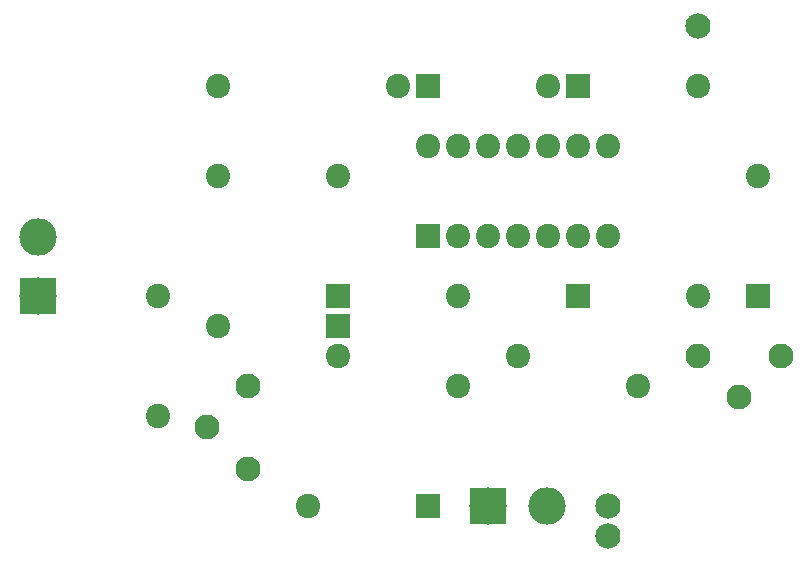
<source format=gts>
G04 MADE WITH FRITZING*
G04 WWW.FRITZING.ORG*
G04 DOUBLE SIDED*
G04 HOLES PLATED*
G04 CONTOUR ON CENTER OF CONTOUR VECTOR*
%ASAXBY*%
%FSLAX23Y23*%
%MOIN*%
%OFA0B0*%
%SFA1.0B1.0*%
%ADD10C,0.081000*%
%ADD11C,0.082772*%
%ADD12C,0.124740*%
%ADD13C,0.084000*%
%ADD14R,0.081000X0.081000*%
%ADD15R,0.124740X0.124740*%
%LNMASK1*%
G90*
G70*
G54D10*
X1670Y1227D03*
X1670Y1527D03*
X1770Y1227D03*
X1770Y1527D03*
X1870Y1227D03*
X1870Y1527D03*
X1970Y1227D03*
X1970Y1527D03*
X2070Y1227D03*
X2070Y1527D03*
X2170Y1227D03*
X2170Y1527D03*
X2270Y1227D03*
X2270Y1527D03*
G54D11*
X1070Y452D03*
X1070Y727D03*
X932Y589D03*
X2846Y827D03*
X2570Y827D03*
X2708Y689D03*
G54D10*
X2170Y1727D03*
X2570Y1727D03*
X1670Y327D03*
X1270Y327D03*
X2770Y1027D03*
X2770Y1427D03*
X2170Y1027D03*
X2570Y1027D03*
X1370Y927D03*
X970Y927D03*
X1670Y1727D03*
X2070Y1727D03*
X1370Y1027D03*
X1770Y1027D03*
G54D12*
X1870Y327D03*
X2067Y327D03*
X370Y1027D03*
X370Y1224D03*
G54D13*
X2570Y1927D03*
G54D10*
X770Y627D03*
X770Y1027D03*
X970Y1427D03*
X1370Y1427D03*
X970Y1727D03*
X1570Y1727D03*
X1370Y827D03*
X1970Y827D03*
X1770Y727D03*
X2370Y727D03*
G54D13*
X2270Y327D03*
X2270Y227D03*
G54D14*
X1670Y1227D03*
X2170Y1727D03*
X1670Y327D03*
X2770Y1027D03*
X2170Y1027D03*
X1370Y927D03*
X1670Y1727D03*
X1370Y1027D03*
G54D15*
X1870Y327D03*
X370Y1027D03*
G04 End of Mask1*
M02*
</source>
